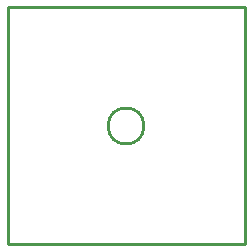
<source format=gko>
G04*
G04 #@! TF.GenerationSoftware,Altium Limited,Altium Designer,18.0.12 (696)*
G04*
G04 Layer_Color=16711935*
%FSLAX24Y24*%
%MOIN*%
G70*
G01*
G75*
%ADD10C,0.0100*%
D10*
X40102Y31300D02*
G03*
X40102Y31300I-602J0D01*
G01*
X35550Y27350D02*
Y35250D01*
Y27350D02*
X43450D01*
Y35250D01*
X35550D02*
X43450D01*
M02*

</source>
